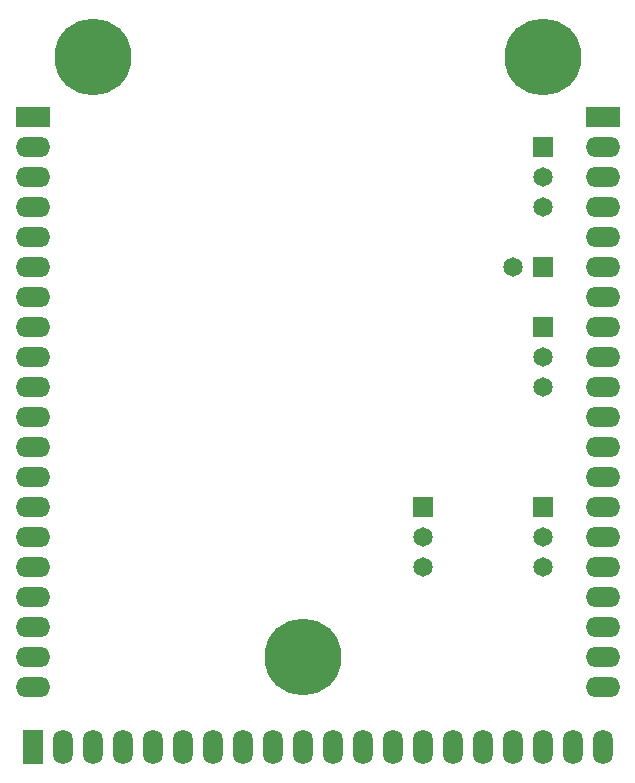
<source format=gbs>
G04*
G04 #@! TF.GenerationSoftware,Altium Limited,Altium Designer,18.1.9 (240)*
G04*
G04 Layer_Color=16711935*
%FSLAX43Y43*%
%MOMM*%
G71*
G01*
G75*
%ADD26C,1.652*%
%ADD27R,1.652X1.652*%
%ADD28R,1.652X1.652*%
%ADD29C,6.502*%
%ADD30O,2.946X1.676*%
%ADD31R,2.946X1.676*%
%ADD32O,1.676X2.946*%
%ADD33R,1.676X2.946*%
D26*
X43180Y30480D02*
D03*
Y33020D02*
D03*
X40640Y40640D02*
D03*
X43180Y48260D02*
D03*
Y45720D02*
D03*
X33020Y17780D02*
D03*
Y15240D02*
D03*
X43180Y17780D02*
D03*
Y15240D02*
D03*
D27*
Y35560D02*
D03*
Y50800D02*
D03*
X33020Y20320D02*
D03*
X43180D02*
D03*
D28*
Y40640D02*
D03*
D29*
X5080Y58420D02*
D03*
X43180D02*
D03*
X22860Y7620D02*
D03*
D30*
X48260Y5080D02*
D03*
Y7620D02*
D03*
Y10160D02*
D03*
Y12700D02*
D03*
Y15240D02*
D03*
Y17780D02*
D03*
Y20320D02*
D03*
Y22860D02*
D03*
Y25400D02*
D03*
Y27940D02*
D03*
Y30480D02*
D03*
Y33020D02*
D03*
Y35560D02*
D03*
Y38100D02*
D03*
Y40640D02*
D03*
Y43180D02*
D03*
Y45720D02*
D03*
Y48260D02*
D03*
Y50800D02*
D03*
X-0Y5080D02*
D03*
Y7620D02*
D03*
Y10160D02*
D03*
Y12700D02*
D03*
Y15240D02*
D03*
Y17780D02*
D03*
Y20320D02*
D03*
Y22860D02*
D03*
Y25400D02*
D03*
Y27940D02*
D03*
Y30480D02*
D03*
Y33020D02*
D03*
Y35560D02*
D03*
Y38100D02*
D03*
Y40640D02*
D03*
Y43180D02*
D03*
Y45720D02*
D03*
Y48260D02*
D03*
Y50800D02*
D03*
D31*
X48260Y53340D02*
D03*
X-0D02*
D03*
D32*
X48260Y-0D02*
D03*
X45720D02*
D03*
X43180D02*
D03*
X40640D02*
D03*
X38100D02*
D03*
X35560D02*
D03*
X33020D02*
D03*
X30480D02*
D03*
X27940D02*
D03*
X25400D02*
D03*
X22860D02*
D03*
X20320D02*
D03*
X17780D02*
D03*
X15240D02*
D03*
X12700D02*
D03*
X10160D02*
D03*
X7620D02*
D03*
X5080D02*
D03*
X2540D02*
D03*
D33*
X-0D02*
D03*
M02*

</source>
